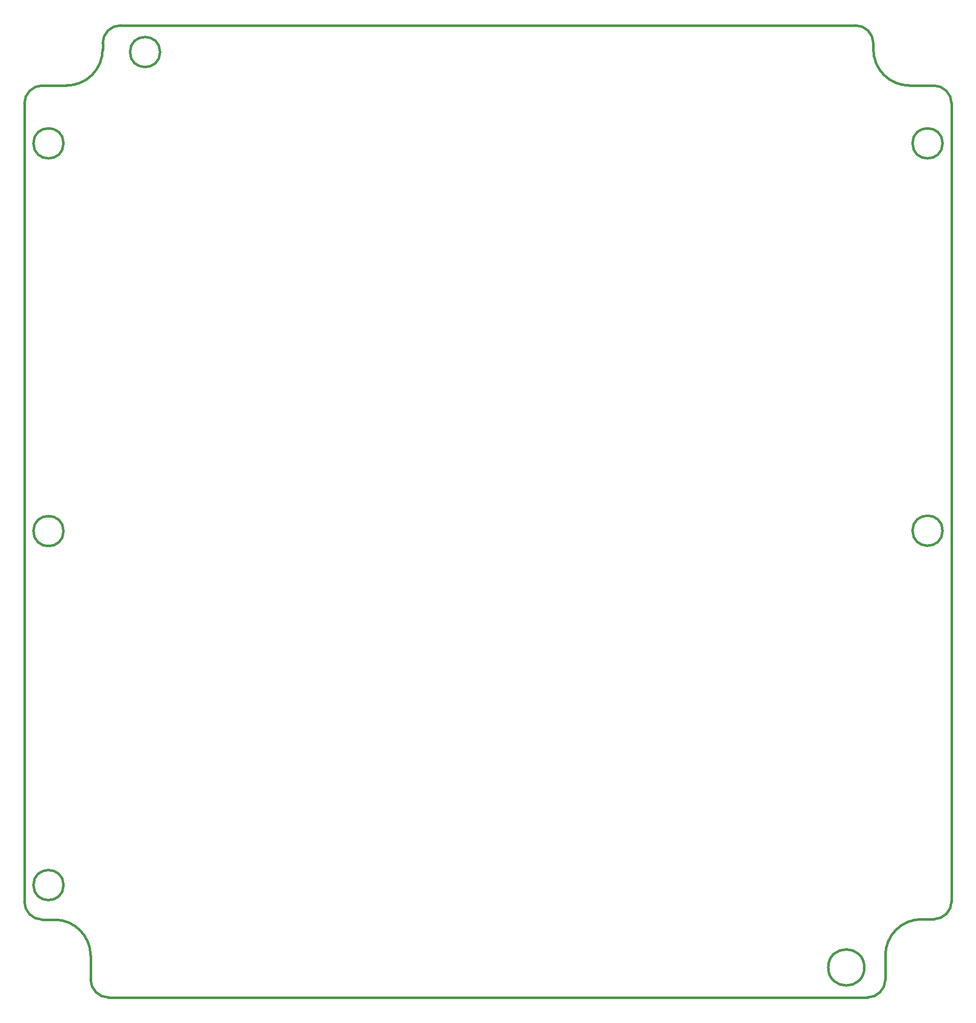
<source format=gbr>
G04 (created by PCBNEW (2013-07-07 BZR 4022)-stable) date 10/09/2014 21:54:22*
%MOIN*%
G04 Gerber Fmt 3.4, Leading zero omitted, Abs format*
%FSLAX34Y34*%
G01*
G70*
G90*
G04 APERTURE LIST*
%ADD10C,0.00393701*%
%ADD11C,0.015*%
G04 APERTURE END LIST*
G54D10*
G54D11*
X98878Y-77122D02*
G75*
G02X101242Y-74758I2364J0D01*
G74*
G01*
X102621Y-23940D02*
G75*
G03X102621Y-23940I-985J0D01*
G74*
G01*
X45097Y-23940D02*
G75*
G03X45097Y-23940I-985J0D01*
G74*
G01*
X96908Y-16213D02*
G75*
G02X98090Y-17395I0J-1181D01*
G74*
G01*
X97499Y-77914D02*
G75*
G03X97499Y-77914I-1181J0D01*
G74*
G01*
X47658Y-17395D02*
G75*
G02X48840Y-16213I1182J0D01*
G74*
G01*
X97696Y-79882D02*
X48053Y-79882D01*
X51416Y-17959D02*
G75*
G03X51416Y-17959I-985J0D01*
G74*
G01*
X102621Y-49309D02*
G75*
G03X102621Y-49309I-985J0D01*
G74*
G01*
X45097Y-49334D02*
G75*
G03X45097Y-49334I-985J0D01*
G74*
G01*
X45097Y-72520D02*
G75*
G03X45097Y-72520I-985J0D01*
G74*
G01*
X47658Y-17395D02*
X47658Y-17789D01*
X45294Y-20153D02*
X43718Y-20153D01*
X47658Y-17789D02*
G75*
G02X45294Y-20153I-2363J0D01*
G74*
G01*
X48840Y-16213D02*
X96908Y-16213D01*
X98090Y-17395D02*
X98090Y-17789D01*
X100454Y-20153D02*
X102030Y-20153D01*
X100454Y-20153D02*
G75*
G02X98090Y-17789I0J2364D01*
G74*
G01*
X96908Y-16213D02*
G75*
G02X98090Y-17395I0J-1181D01*
G74*
G01*
X47658Y-17395D02*
G75*
G02X48840Y-16213I1182J0D01*
G74*
G01*
X98878Y-78700D02*
X98878Y-77122D01*
X101242Y-74758D02*
X102030Y-74758D01*
X44507Y-74785D02*
X43718Y-74785D01*
X44507Y-74785D02*
G75*
G02X46871Y-77149I0J-2364D01*
G74*
G01*
X46871Y-77149D02*
X46871Y-78700D01*
X42536Y-21335D02*
X42536Y-73603D01*
X103212Y-21335D02*
X103212Y-73576D01*
X102032Y-20153D02*
G75*
G02X103212Y-21335I-2J-1181D01*
G74*
G01*
X103212Y-73576D02*
G75*
G02X102030Y-74758I-1182J0D01*
G74*
G01*
X98878Y-78700D02*
G75*
G02X97696Y-79882I-1182J0D01*
G74*
G01*
X48053Y-79882D02*
G75*
G02X46871Y-78700I0J1182D01*
G74*
G01*
X43716Y-74785D02*
G75*
G02X42536Y-73603I2J1181D01*
G74*
G01*
X42536Y-21335D02*
G75*
G02X43718Y-20153I1182J0D01*
G74*
G01*
M02*

</source>
